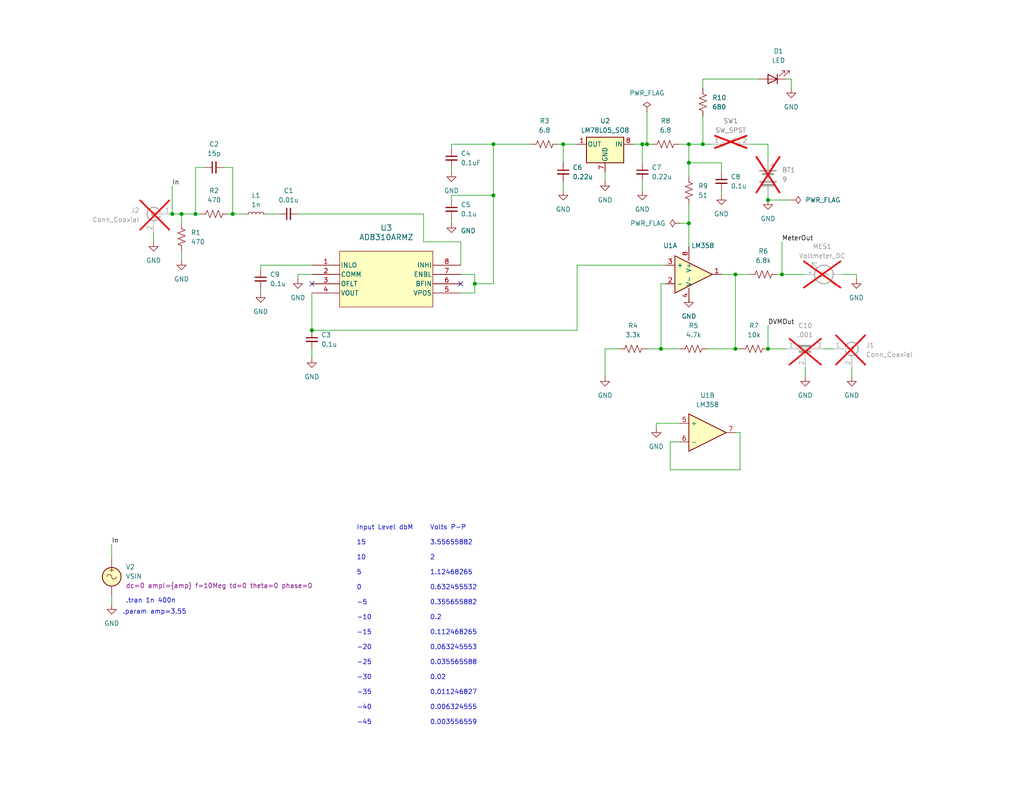
<source format=kicad_sch>
(kicad_sch (version 20231120) (generator "eeschema") (generator_version "8.0")
  (paper "USLetter")
  (title_block (title "Hayward Power Meter (Digital)") (date "2024-07-27") (rev "1.0") (company "Andy McCann KA3KAF Doug McCann KA3KAG") (comment 2 "Original Design: Wes Hayward W7ZOI"))
  (lib_symbols
    (symbol "Connector:Conn_Coaxial" (pin_names (offset 1.016) hide)
      (property "Reference" "J" (at 0.254 3.048 0))
      (property "Value" "Conn_Coaxial" (at 2.921 0 90))
      (symbol "Conn_Coaxial_0_1"
        (arc (start -1.778 -0.508) (mid 0.2311 -1.8066) (end 1.778 0) (stroke (width 0.254)))
        (polyline (pts (xy -2.54 0) (xy -0.508 0)))
        (polyline (pts (xy 0 -2.54) (xy 0 -1.778)))
        (circle (center 0 0) (radius 0.508) (stroke (width 0.2032)))
        (arc (start 1.778 0) (mid 0.2099 1.8101) (end -1.778 0.508) (stroke (width 0.254)))
      )
      (symbol "Conn_Coaxial_1_1"
        (pin passive line (at -5.08 0 0) (length 2.54) (name "In") (number "1"))
        (pin passive line (at 0 -5.08 90) (length 2.54) (name "Ext") (number "2"))
      )
    )
    (symbol "Device:Battery" (pin_numbers hide) (pin_names (offset 0) hide)
      (property "Reference" "BT" (at 2.54 2.54 0))
      (property "Value" "Battery" (at 2.54 0 0))
      (symbol "Battery_0_1"
        (rectangle (start -2.286 -1.27) (end 2.286 -1.524) (fill (type outline)))
        (rectangle (start -2.286 1.778) (end 2.286 1.524) (fill (type outline)))
        (rectangle (start -1.524 -2.032) (end 1.524 -2.54) (fill (type outline)))
        (rectangle (start -1.524 1.016) (end 1.524 0.508) (fill (type outline)))
        (polyline (pts (xy 0 -1.016) (xy 0 -0.762)))
        (polyline (pts (xy 0 -0.508) (xy 0 -0.254)))
        (polyline (pts (xy 0 0) (xy 0 0.254)))
        (polyline (pts (xy 0 1.778) (xy 0 2.54)))
        (polyline (pts (xy 0.762 3.048) (xy 1.778 3.048)) (stroke (width 0.254)))
        (polyline (pts (xy 1.27 3.556) (xy 1.27 2.54)) (stroke (width 0.254)))
      )
      (symbol "Battery_1_1"
        (pin passive line (at 0 5.08 270) (length 2.54) (name "+") (number "1"))
        (pin passive line (at 0 -5.08 90) (length 2.54) (name "-") (number "2"))
      )
    )
    (symbol "Device:C_Feedthrough" (pin_names (offset 0.254) hide)
      (property "Reference" "C" (at 0 7.62 0))
      (property "Value" "C_Feedthrough" (at 0 5.715 0))
      (symbol "C_Feedthrough_0_1"
        (rectangle (start -1.651 1.524) (end 1.524 2.032) (fill (type outline)))
        (polyline (pts (xy -2.54 2.54) (xy 2.54 2.54)))
        (polyline (pts (xy 0 0) (xy 0 1.778)))
        (rectangle (start 1.524 3.048) (end -1.651 3.556) (fill (type outline)))
      )
      (symbol "C_Feedthrough_1_1"
        (pin passive line (at -5.08 2.54 0) (length 2.54) (name "1") (number "1"))
        (pin passive line (at 0 -2.54 90) (length 2.54) (name "2") (number "2"))
        (pin passive line (at 5.08 2.54 180) (length 2.54) (name "3") (number "3"))
      )
    )
    (symbol "Device:C_Small" (pin_numbers hide) (pin_names (offset 0.254) hide)
      (property "Reference" "C" (at 0.254 1.778 0))
      (property "Value" "C_Small" (at 0.254 -2.032 0))
      (symbol "C_Small_0_1"
        (polyline (pts (xy -1.524 -0.508) (xy 1.524 -0.508)) (stroke (width 0.3302)))
        (polyline (pts (xy -1.524 0.508) (xy 1.524 0.508)) (stroke (width 0.3048)))
      )
      (symbol "C_Small_1_1"
        (pin passive line (at 0 2.54 270) (length 2.032) (name "~") (number "1"))
        (pin passive line (at 0 -2.54 90) (length 2.032) (name "~") (number "2"))
      )
    )
    (symbol "Device:LED" (pin_numbers hide) (pin_names (offset 1.016) hide)
      (property "Reference" "D" (at 0 2.54 0))
      (property "Value" "LED" (at 0 -2.54 0))
      (symbol "LED_0_1"
        (polyline (pts (xy -1.27 -1.27) (xy -1.27 1.27)) (stroke (width 0.254)))
        (polyline (pts (xy -1.27 0) (xy 1.27 0)))
        (polyline (pts (xy 1.27 -1.27) (xy 1.27 1.27) (xy -1.27 0) (xy 1.27 -1.27)) (stroke (width 0.254)))
        (polyline (pts (xy -3.048 -0.762) (xy -4.572 -2.286) (xy -3.81 -2.286) (xy -4.572 -2.286) (xy -4.572 -1.524)))
        (polyline (pts (xy -1.778 -0.762) (xy -3.302 -2.286) (xy -2.54 -2.286) (xy -3.302 -2.286) (xy -3.302 -1.524)))
      )
      (symbol "LED_1_1"
        (pin passive line (at -3.81 0 0) (length 2.54) (name "K") (number "1"))
        (pin passive line (at 3.81 0 180) (length 2.54) (name "A") (number "2"))
      )
    )
    (symbol "Device:L_Small" (pin_numbers hide) (pin_names (offset 0.254) hide)
      (property "Reference" "L" (at 0.762 1.016 0))
      (property "Value" "L_Small" (at 0.762 -1.016 0))
      (symbol "L_Small_0_1"
        (arc (start 0 -2.032) (mid 0.5058 -1.524) (end 0 -1.016))
        (arc (start 0 -1.016) (mid 0.5058 -0.508) (end 0 0))
        (arc (start 0 0) (mid 0.5058 0.508) (end 0 1.016))
        (arc (start 0 1.016) (mid 0.5058 1.524) (end 0 2.032))
      )
      (symbol "L_Small_1_1"
        (pin passive line (at 0 2.54 270) (length 0.508) (name "~") (number "1"))
        (pin passive line (at 0 -2.54 90) (length 0.508) (name "~") (number "2"))
      )
    )
    (symbol "Device:Opamp_Dual"
      (property "Reference" "U" (at 0 5.08 0))
      (property "Value" "Opamp_Dual" (at 0 -5.08 0))
      (symbol "Opamp_Dual_1_1"
        (polyline (pts (xy -5.08 5.08) (xy 5.08 0) (xy -5.08 -5.08) (xy -5.08 5.08)) (stroke (width 0.254)) (fill (type background)))
        (pin output line (at 7.62 0 180) (length 2.54) (name "~") (number "1"))
        (pin input line (at -7.62 -2.54 0) (length 2.54) (name "-") (number "2"))
        (pin input line (at -7.62 2.54 0) (length 2.54) (name "+") (number "3"))
      )
      (symbol "Opamp_Dual_2_1"
        (polyline (pts (xy -5.08 5.08) (xy 5.08 0) (xy -5.08 -5.08) (xy -5.08 5.08)) (stroke (width 0.254)) (fill (type background)))
        (pin input line (at -7.62 2.54 0) (length 2.54) (name "+") (number "5"))
        (pin input line (at -7.62 -2.54 0) (length 2.54) (name "-") (number "6"))
        (pin output line (at 7.62 0 180) (length 2.54) (name "~") (number "7"))
      )
      (symbol "Opamp_Dual_3_1"
        (pin power_in line (at -2.54 -7.62 90) (length 3.81) (name "V-") (number "4"))
        (pin power_in line (at -2.54 7.62 270) (length 3.81) (name "V+") (number "8"))
      )
    )
    (symbol "Device:R_US" (pin_numbers hide) (pin_names (offset 0))
      (property "Reference" "R" (at 2.54 0 90))
      (property "Value" "R_US" (at -2.54 0 90))
      (symbol "R_US_0_1"
        (polyline (pts (xy 0 -2.286) (xy 0 -2.54)))
        (polyline (pts (xy 0 2.286) (xy 0 2.54)))
        (polyline (pts (xy 0 -0.762) (xy 1.016 -1.143) (xy 0 -1.524) (xy -1.016 -1.905) (xy 0 -2.286)))
        (polyline (pts (xy 0 0.762) (xy 1.016 0.381) (xy 0 0) (xy -1.016 -0.381) (xy 0 -0.762)))
        (polyline (pts (xy 0 2.286) (xy 1.016 1.905) (xy 0 1.524) (xy -1.016 1.143) (xy 0 0.762)))
      )
      (symbol "R_US_1_1"
        (pin passive line (at 0 3.81 270) (length 1.27) (name "~") (number "1"))
        (pin passive line (at 0 -3.81 90) (length 1.27) (name "~") (number "2"))
      )
    )
    (symbol "Device:Voltmeter_DC" (pin_numbers hide) (pin_names (offset 0.0254) hide)
      (property "Reference" "MES" (at -3.302 1.016 0))
      (property "Value" "Voltmeter_DC" (at -3.302 -0.762 0))
      (symbol "Voltmeter_DC_0_0"
        (polyline (pts (xy -3.175 -3.175) (xy -1.905 -1.905)))
        (polyline (pts (xy 1.905 1.905) (xy 3.175 3.175)))
        (polyline (pts (xy 1.905 3.175) (xy 3.175 3.175) (xy 3.175 1.905)))
        (text "V" (at 0 0 0) (effects (font (size 2.54 2.54))))
      )
      (symbol "Voltmeter_DC_0_1"
        (polyline (pts (xy 0.254 3.81) (xy 0.762 3.81)))
        (polyline (pts (xy 0.508 4.064) (xy 0.508 3.556)))
        (circle (center 0 0) (radius 2.54) (stroke (width 0.254)))
      )
      (symbol "Voltmeter_DC_1_1"
        (pin passive line (at 0 -5.08 90) (length 2.54) (name "-") (number "1"))
        (pin passive line (at 0 5.08 270) (length 2.54) (name "+") (number "2"))
      )
    )
    (symbol "Regulator_Linear:LM78L05_SO8" (pin_names (offset 0.254))
      (property "Reference" "U" (at -3.81 3.175 0))
      (property "Value" "LM78L05_SO8" (at 0 3.175 0))
      (symbol "LM78L05_SO8_0_1"
        (rectangle (start -5.08 1.905) (end 5.08 -5.08) (stroke (width 0.254)) (fill (type background)))
      )
      (symbol "LM78L05_SO8_1_1"
        (pin power_out line (at 7.62 0 180) (length 2.54) (name "OUT") (number "1"))
        (pin passive line (at 0 -7.62 90) (length 2.54) hide (name "GND") (number "2"))
        (pin passive line (at 0 -7.62 90) (length 2.54) hide (name "GND") (number "3"))
        (pin no_connect line (at -5.08 -2.54 0) (length 2.54) hide (name "NC") (number "4"))
        (pin no_connect line (at 5.08 -2.54 180) (length 2.54) hide (name "NC") (number "5"))
        (pin passive line (at 0 -7.62 90) (length 2.54) hide (name "GND") (number "6"))
        (pin power_in line (at 0 -7.62 90) (length 2.54) (name "GND") (number "7"))
        (pin power_in line (at -7.62 0 0) (length 2.54) (name "IN") (number "8"))
      )
    )
    (symbol "Simulation_SPICE:VSIN" (pin_numbers hide) (pin_names (offset 0.0254))
      (property "Reference" "V" (at 2.54 2.54 0))
      (property "Value" "VSIN" (at 2.54 0 0))
      (property "Sim.Params" "dc=0 ampl=1 f=1k ac=1" (at 2.54 -2.54 0))
      (symbol "VSIN_0_0"
        (arc (start 0 0) (mid -0.635 0.6323) (end -1.27 0))
        (arc (start 0 0) (mid 0.635 -0.6323) (end 1.27 0))
        (text "+" (at 0 1.905 0) (effects (font (size 1.27 1.27))))
      )
      (symbol "VSIN_0_1"
        (circle (center 0 0) (radius 2.54) (stroke (width 0.254)) (fill (type background)))
      )
      (symbol "VSIN_1_1"
        (pin passive line (at 0 5.08 270) (length 2.54) (name "~") (number "1"))
        (pin passive line (at 0 -5.08 90) (length 2.54) (name "~") (number "2"))
      )
    )
    (symbol "Switch:SW_SPST" (pin_names (offset 0) hide)
      (property "Reference" "SW" (at 0 3.175 0))
      (property "Value" "SW_SPST" (at 0 -2.54 0))
      (symbol "SW_SPST_0_0"
        (circle (center -2.032 0) (radius 0.508))
        (polyline (pts (xy -1.524 0.254) (xy 1.524 1.778)))
        (circle (center 2.032 0) (radius 0.508))
      )
      (symbol "SW_SPST_1_1"
        (pin passive line (at -5.08 0 0) (length 2.54) (name "A") (number "1"))
        (pin passive line (at 5.08 0 180) (length 2.54) (name "B") (number "2"))
      )
    )
    (symbol "hayward-symbol-library:AD8310ARMZ" (pin_names (offset 0.254))
      (property "Reference" "U" (at 20.32 10.16 0))
      (property "Value" "AD8310ARMZ" (at 20.32 7.62 0))
      (property "Sim.Library" "spice-models/ad8310_SUBCKT.cir" (at 0 0 0))
      (property "Sim.Name" "AD8310_MODEL" (at 0 0 0))
      (property "Sim.Device" "SUBCKT" (at 0 0 0))
      (property "Sim.Pins" "1=1 3=3 4=4 5=5 6=6 7=7 8=8" (at 0 0 0))
      (symbol "AD8310ARMZ_0_1"
        (pin passive line (at 0 0 0) (length 7.62) (name "INLO") (number "1"))
        (pin power_in line (at 0 -2.54 0) (length 7.62) (name "COMM") (number "2"))
        (pin passive line (at 0 -5.08 0) (length 7.62) (name "OFLT") (number "3"))
        (pin passive line (at 0 -7.62 0) (length 7.62) (name "VOUT") (number "4"))
        (pin passive line (at 40.64 -7.62 180) (length 7.62) (name "VPOS") (number "5"))
        (pin passive line (at 40.64 -5.08 180) (length 7.62) (name "BFIN") (number "6"))
        (pin passive line (at 40.64 -2.54 180) (length 7.62) (name "ENBL") (number "7"))
        (pin passive line (at 40.64 0 180) (length 7.62) (name "INHI") (number "8"))
      )
      (symbol "AD8310ARMZ_1_1"
        (rectangle (start 7.62 3.81) (end 33.02 -11.43) (fill (type background)))
      )
    )
    (symbol "power:GND" (power) (pin_numbers hide) (pin_names (offset 0) hide)
      (property "Value" "GND" (at 0 -3.81 0))
      (symbol "GND_0_1"
        (polyline (pts (xy 0 0) (xy 0 -1.27) (xy 1.27 -1.27) (xy 0 -2.54) (xy -1.27 -1.27) (xy 0 -1.27)))
      )
      (symbol "GND_1_1"
        (pin power_in line (at 0 0 270) (length 0) (name "~") (number "1"))
      )
    )
    (symbol "power:PWR_FLAG" (power) (pin_numbers hide) (pin_names (offset 0) hide)
      (property "Value" "PWR_FLAG" (at 0 3.81 0))
      (symbol "PWR_FLAG_0_0"
        (pin power_out line (at 0 0 90) (length 0) (name "~") (number "1"))
      )
      (symbol "PWR_FLAG_0_1"
        (polyline (pts (xy 0 0) (xy 0 1.27) (xy -1.016 1.905) (xy 0 2.54) (xy 1.016 1.905) (xy 0 1.27)))
      )
    )
  )
  (junction (at 187.96 39.37))
  (junction (at 134.62 53.34))
  (junction (at 134.62 39.37))
  (junction (at 53.34 58.42))
  (junction (at 129.54 77.47))
  (junction (at 153.67 39.37))
  (junction (at 200.66 74.93))
  (junction (at 213.36 74.93))
  (junction (at 191.77 39.37))
  (junction (at 175.26 39.37))
  (junction (at 46.99 58.42))
  (junction (at 85.09 90.17))
  (junction (at 63.5 58.42))
  (junction (at 209.55 54.61))
  (junction (at 187.96 60.96))
  (junction (at 180.34 95.25))
  (junction (at 209.55 95.25))
  (junction (at 49.53 58.42))
  (junction (at 176.53 39.37))
  (junction (at 200.66 95.25))
  (junction (at 187.96 44.45))
  (no_connect (at 85.09 77.47))
  (no_connect (at 125.73 77.47))
  (wire (pts (xy 200.66 74.93) (xy 200.66 95.25)))
  (wire (pts (xy 30.48 148.59) (xy 30.48 152.4)))
  (wire (pts (xy 219.71 100.33) (xy 219.71 102.87)))
  (wire (pts (xy 233.68 74.93) (xy 233.68 76.2)))
  (wire (pts (xy 215.9 21.59) (xy 215.9 24.13)))
  (wire (pts (xy 193.04 95.25) (xy 200.66 95.25)))
  (wire (pts (xy 85.09 90.17) (xy 157.48 90.17)))
  (wire (pts (xy 200.66 118.11) (xy 201.93 118.11)))
  (wire (pts (xy 176.53 39.37) (xy 177.8 39.37)))
  (wire (pts (xy 185.42 115.57) (xy 179.07 115.57)))
  (wire (pts (xy 129.54 77.47) (xy 134.62 77.47)))
  (wire (pts (xy 179.07 115.57) (xy 179.07 116.84)))
  (wire (pts (xy 204.47 39.37) (xy 209.55 39.37)))
  (wire (pts (xy 180.34 77.47) (xy 180.34 95.25)))
  (wire (pts (xy 187.96 55.88) (xy 187.96 60.96)))
  (wire (pts (xy 53.34 45.72) (xy 53.34 58.42)))
  (wire (pts (xy 49.53 58.42) (xy 49.53 60.96)))
  (wire (pts (xy 72.39 58.42) (xy 76.2 58.42)))
  (wire (pts (xy 176.53 30.48) (xy 176.53 39.37)))
  (wire (pts (xy 71.12 72.39) (xy 85.09 72.39)))
  (wire (pts (xy 63.5 58.42) (xy 67.31 58.42)))
  (wire (pts (xy 81.28 74.93) (xy 81.28 76.2)))
  (wire (pts (xy 157.48 72.39) (xy 181.61 72.39)))
  (wire (pts (xy 224.79 95.25) (xy 227.33 95.25)))
  (wire (pts (xy 153.67 39.37) (xy 153.67 44.45)))
  (wire (pts (xy 85.09 74.93) (xy 81.28 74.93)))
  (wire (pts (xy 187.96 60.96) (xy 187.96 67.31)))
  (wire (pts (xy 185.42 39.37) (xy 187.96 39.37)))
  (wire (pts (xy 209.55 53.34) (xy 209.55 54.61)))
  (wire (pts (xy 123.19 53.34) (xy 134.62 53.34)))
  (wire (pts (xy 232.41 100.33) (xy 232.41 102.87)))
  (wire (pts (xy 200.66 74.93) (xy 204.47 74.93)))
  (wire (pts (xy 209.55 54.61) (xy 215.9 54.61)))
  (wire (pts (xy 196.85 46.99) (xy 196.85 44.45)))
  (wire (pts (xy 125.73 80.01) (xy 129.54 80.01)))
  (wire (pts (xy 191.77 21.59) (xy 207.01 21.59)))
  (wire (pts (xy 165.1 46.99) (xy 165.1 49.53)))
  (wire (pts (xy 182.88 120.65) (xy 185.42 120.65)))
  (wire (pts (xy 53.34 58.42) (xy 49.53 58.42)))
  (wire (pts (xy 175.26 39.37) (xy 175.26 44.45)))
  (wire (pts (xy 187.96 39.37) (xy 191.77 39.37)))
  (wire (pts (xy 129.54 77.47) (xy 129.54 74.93)))
  (wire (pts (xy 212.09 74.93) (xy 213.36 74.93)))
  (wire (pts (xy 172.72 39.37) (xy 175.26 39.37)))
  (wire (pts (xy 55.88 45.72) (xy 53.34 45.72)))
  (wire (pts (xy 187.96 44.45) (xy 187.96 48.26)))
  (wire (pts (xy 168.91 95.25) (xy 165.1 95.25)))
  (wire (pts (xy 129.54 74.93) (xy 125.73 74.93)))
  (wire (pts (xy 46.99 58.42) (xy 49.53 58.42)))
  (wire (pts (xy 85.09 95.25) (xy 85.09 97.79)))
  (wire (pts (xy 196.85 74.93) (xy 200.66 74.93)))
  (wire (pts (xy 196.85 52.07) (xy 196.85 53.34)))
  (wire (pts (xy 123.19 59.69) (xy 123.19 60.96)))
  (wire (pts (xy 176.53 95.25) (xy 180.34 95.25)))
  (wire (pts (xy 153.67 49.53) (xy 153.67 52.07)))
  (wire (pts (xy 180.34 95.25) (xy 185.42 95.25)))
  (wire (pts (xy 229.87 74.93) (xy 233.68 74.93)))
  (wire (pts (xy 209.55 39.37) (xy 209.55 43.18)))
  (wire (pts (xy 201.93 118.11) (xy 201.93 128.27)))
  (wire (pts (xy 129.54 80.01) (xy 129.54 77.47)))
  (wire (pts (xy 30.48 162.56) (xy 30.48 165.1)))
  (wire (pts (xy 134.62 53.34) (xy 134.62 77.47)))
  (wire (pts (xy 165.1 95.25) (xy 165.1 102.87)))
  (wire (pts (xy 181.61 77.47) (xy 180.34 77.47)))
  (wire (pts (xy 187.96 39.37) (xy 187.96 44.45)))
  (wire (pts (xy 54.61 58.42) (xy 53.34 58.42)))
  (wire (pts (xy 213.36 74.93) (xy 219.71 74.93)))
  (wire (pts (xy 213.36 66.04) (xy 213.36 74.93)))
  (wire (pts (xy 71.12 72.39) (xy 71.12 73.66)))
  (wire (pts (xy 201.93 128.27) (xy 182.88 128.27)))
  (wire (pts (xy 63.5 45.72) (xy 63.5 58.42)))
  (wire (pts (xy 134.62 39.37) (xy 134.62 53.34)))
  (wire (pts (xy 123.19 40.64) (xy 123.19 39.37)))
  (wire (pts (xy 49.53 68.58) (xy 49.53 71.12)))
  (wire (pts (xy 187.96 44.45) (xy 196.85 44.45)))
  (wire (pts (xy 115.57 66.04) (xy 115.57 58.42)))
  (wire (pts (xy 209.55 88.9) (xy 209.55 95.25)))
  (wire (pts (xy 85.09 80.01) (xy 85.09 90.17)))
  (wire (pts (xy 60.96 45.72) (xy 63.5 45.72)))
  (wire (pts (xy 123.19 45.72) (xy 123.19 46.99)))
  (wire (pts (xy 200.66 95.25) (xy 201.93 95.25)))
  (wire (pts (xy 134.62 39.37) (xy 144.78 39.37)))
  (wire (pts (xy 214.63 21.59) (xy 215.9 21.59)))
  (wire (pts (xy 46.99 50.8) (xy 46.99 58.42)))
  (wire (pts (xy 123.19 54.61) (xy 123.19 53.34)))
  (wire (pts (xy 175.26 49.53) (xy 175.26 52.07)))
  (wire (pts (xy 125.73 66.04) (xy 115.57 66.04)))
  (wire (pts (xy 152.4 39.37) (xy 153.67 39.37)))
  (wire (pts (xy 125.73 72.39) (xy 125.73 66.04)))
  (wire (pts (xy 41.91 63.5) (xy 41.91 66.04)))
  (wire (pts (xy 185.42 60.96) (xy 187.96 60.96)))
  (wire (pts (xy 153.67 39.37) (xy 157.48 39.37)))
  (wire (pts (xy 182.88 128.27) (xy 182.88 120.65)))
  (wire (pts (xy 157.48 90.17) (xy 157.48 72.39)))
  (wire (pts (xy 175.26 39.37) (xy 176.53 39.37)))
  (wire (pts (xy 123.19 39.37) (xy 134.62 39.37)))
  (wire (pts (xy 187.96 82.55) (xy 187.96 81.28)))
  (wire (pts (xy 62.23 58.42) (xy 63.5 58.42)))
  (wire (pts (xy 191.77 31.75) (xy 191.77 39.37)))
  (wire (pts (xy 71.12 78.74) (xy 71.12 80.01)))
  (wire (pts (xy 191.77 39.37) (xy 194.31 39.37)))
  (wire (pts (xy 191.77 24.13) (xy 191.77 21.59)))
  (wire (pts (xy 209.55 95.25) (xy 214.63 95.25)))
  (wire (pts (xy 81.28 58.42) (xy 115.57 58.42)))
  (text ".param amp=3.55" (at 42.164 167.132 0) (effects (font (size 1.27 1.27))))
  (text "Input Level dbM	Volts P-P\n\n15				3.55655882\n\n10				2\n\n5				1.12468265\n\n0				0.632455532\n\n-5				0.355655882\n\n-10				0.2\n\n-15				0.112468265\n\n-20				0.063245553\n\n-25				0.035565588\n\n-30				0.02\n\n-35				0.011246827\n\n-40				0.006324555\n\n-45				0.003556559" (at 97.282 170.688 0) (effects (font (size 1.27 1.27)) (justify left)))
  (text ".tran 1n 400n" (at 41.148 164.084 0) (effects (font (size 1.27 1.27))))
  (label "MeterOut" (at 213.36 66.04 0))
  (label "In" (at 46.99 50.8 0))
  (label "DVMOut" (at 209.55 88.9 0))
  (label "In" (at 30.48 148.59 0))
  (symbol (lib_id "Device:C_Small") (at 71.12 76.2 0) (unit 1)
    (property "Reference" "C9" (at 73.66 74.9362 0) (effects (justify left)))
    (property "Value" "0.1u" (at 73.66 77.4762 0) (effects (justify left)))
    (property "Footprint" "Capacitor_SMD:C_0805_2012Metric" (effects (hide yes)))
    (property "Description" "Unpolarized capacitor, small symbol" (effects (hide yes)))
  )
  (symbol (lib_id "power:PWR_FLAG") (at 185.42 60.96 90) (unit 1)
    (property "Reference" "#FLG02" (effects (hide yes)))
    (property "Value" "PWR_FLAG" (at 181.61 60.9599 90) (effects (justify left)))
    (property "Description" "Special symbol for telling ERC where power comes from" (effects (hide yes)))
  )
  (symbol (lib_id "Device:R_US") (at 58.42 58.42 90) (unit 1)
    (property "Reference" "R2" (at 58.42 52.07 90))
    (property "Value" "470" (at 58.42 54.61 90))
    (property "Footprint" "Resistor_SMD:R_0805_2012Metric" (effects (hide yes)))
    (property "Datasheet" "https://www.koaspeer.com/pdfs/RK73H.pdf" (effects (hide yes)))
    (property "Description" "Resistor, US symbol" (effects (hide yes)))
  )
  (symbol (lib_id "Device:C_Small") (at 123.19 43.18 0) (unit 1)
    (property "Reference" "C4" (at 125.73 41.9162 0) (effects (justify left)))
    (property "Value" "0.1uF" (at 125.73 44.4562 0) (effects (justify left)))
    (property "Footprint" "Capacitor_SMD:C_0805_2012Metric" (effects (hide yes)))
    (property "Description" "Unpolarized capacitor, small symbol" (effects (hide yes)))
  )
  (symbol (lib_id "Device:R_US") (at 191.77 27.94 0) (unit 1)
    (property "Reference" "R10" (at 194.31 26.6699 0) (effects (justify left)))
    (property "Value" "680" (at 194.31 29.2099 0) (effects (justify left)))
    (property "Footprint" "Resistor_SMD:R_0805_2012Metric" (effects (hide yes)))
    (property "Datasheet" "https://www.koaspeer.com/pdfs/RK73H.pdf" (effects (hide yes)))
    (property "Description" "Resistor, US symbol" (effects (hide yes)))
  )
  (symbol (lib_id "power:GND") (at 175.26 52.07 0) (unit 1)
    (property "Reference" "#PWR06" (effects (hide yes)))
    (property "Value" "GND" (at 175.26 57.15 0))
    (property "Description" "Power symbol creates a global label with name \"GND\" , ground" (effects (hide yes)))
  )
  (symbol (lib_id "Device:C_Small") (at 78.74 58.42 90) (unit 1)
    (property "Reference" "C1" (at 78.7463 52.07 90))
    (property "Value" "0.01u" (at 78.7463 54.61 90))
    (property "Footprint" "Capacitor_SMD:C_0805_2012Metric" (effects (hide yes)))
    (property "Description" "Unpolarized capacitor, small symbol" (effects (hide yes)))
  )
  (symbol (lib_id "Regulator_Linear:LM78L05_SO8") (at 165.1 39.37 0) (mirror y) (unit 1)
    (property "Reference" "U2" (at 165.1 33.02 0))
    (property "Value" "LM78L05_SO8" (at 165.1 35.56 0))
    (property "Footprint" "Package_SO:SOIC-8_3.9x4.9mm_P1.27mm" (effects (hide yes)))
    (property "Datasheet" "https://www.st.com/resource/en/datasheet/l78l.pdf" (effects (hide yes)))
    (property "Description" "Positive 100mA 30V Linear Regulator, Fixed Output 5V, SO-8" (effects (hide yes)))
    (property "Sim.Library" "spice-models/regulators.lib" (effects (hide yes)))
    (property "Sim.Name" "LM7805" (effects (hide yes)))
    (property "Sim.Device" "SUBCKT" (effects (hide yes)))
    (property "Sim.Pins" "1=3 7=2 8=1" (effects (hide yes)))
  )
  (symbol (lib_id "Device:R_US") (at 49.53 64.77 180) (unit 1)
    (property "Reference" "R1" (at 52.07 63.4999 0) (effects (justify right)))
    (property "Value" "470" (at 52.07 66.0399 0) (effects (justify right)))
    (property "Footprint" "Resistor_SMD:R_0805_2012Metric" (effects (hide yes)))
    (property "Datasheet" "https://www.koaspeer.com/pdfs/RK73H.pdf" (effects (hide yes)))
    (property "Description" "Resistor, US symbol" (effects (hide yes)))
  )
  (symbol (lib_id "power:GND") (at 209.55 54.61 0) (unit 1)
    (property "Reference" "#PWR01" (effects (hide yes)))
    (property "Value" "GND" (at 209.55 59.69 0))
    (property "Description" "Power symbol creates a global label with name \"GND\" , ground" (effects (hide yes)))
  )
  (symbol (lib_id "power:GND") (at 49.53 71.12 0) (unit 1)
    (property "Reference" "#PWR017" (effects (hide yes)))
    (property "Value" "GND" (at 49.53 76.2 0))
    (property "Description" "Power symbol creates a global label with name \"GND\" , ground" (effects (hide yes)))
  )
  (symbol (lib_id "Device:Opamp_Dual") (at 189.23 74.93 0) (unit 1)
    (property "Reference" "U1" (at 182.88 67.056 0))
    (property "Value" "LM358" (at 191.77 67.056 0))
    (property "Footprint" "Package_SO:SOIC-8_3.9x4.9mm_P1.27mm" (effects (hide yes)))
    (property "Datasheet" "https://www.ti.com/lit/ds/symlink/lm158-n.pdf?HQS=dis-dk-null-digikeymode-dsf-pf-null-wwe&ts=1722099253142&ref_url=https%253A%252F%252Fwww.ti.com%252Fgeneral%252Fdocs%252Fsuppproductinfo.tsp%253FdistId%253D10%2526gotoUrl%253Dhttps%253A%252F%252Fwww.ti.com%252Flit%252Fgpn%252Flm158-n" (effects (hide yes)))
    (property "Description" "Dual operational amplifier" (effects (hide yes)))
    (property "Sim.Library" "${KICAD7_SYMBOL_DIR}/Simulation_SPICE.sp" (effects (hide yes)))
    (property "Sim.Name" "kicad_builtin_opamp_dual" (effects (hide yes)))
    (property "Sim.Device" "SUBCKT" (effects (hide yes)))
    (property "Sim.Pins" "1=out1 2=in1- 3=in1+ 4=vee 5=in2+ 6=in2- 7=out2 8=vcc" (effects (hide yes)))
  )
  (symbol (lib_id "Connector:Conn_Coaxial") (at 232.41 95.25 0) (unit 1) (exclude_from_sim yes) (dnp yes)
    (property "Reference" "J1" (at 236.22 94.2731 0) (effects (justify left)))
    (property "Value" "Conn_Coaxial" (at 236.22 96.8131 0) (effects (justify left)))
    (property "Footprint" "Connector_Wire:SolderWire-0.5sqmm_1x02_P4.8mm_D0.9mm_OD2.3mm" (effects (hide yes)))
    (property "Description" "coaxial connector (BNC, SMA, SMB, SMC, Cinch/RCA, LEMO, ...)" (effects (hide yes)))
  )
  (symbol (lib_id "Device:C_Small") (at 175.26 46.99 0) (unit 1)
    (property "Reference" "C7" (at 177.8 45.7262 0) (effects (justify left)))
    (property "Value" "0.22u" (at 177.8 48.2662 0) (effects (justify left)))
    (property "Footprint" "Capacitor_SMD:C_0805_2012Metric" (effects (hide yes)))
    (property "Description" "Unpolarized capacitor, small symbol" (effects (hide yes)))
  )
  (symbol (lib_id "power:GND") (at 85.09 97.79 0) (unit 1)
    (property "Reference" "#PWR012" (effects (hide yes)))
    (property "Value" "GND" (at 85.09 102.87 0))
    (property "Description" "Power symbol creates a global label with name \"GND\" , ground" (effects (hide yes)))
  )
  (symbol (lib_id "Device:R_US") (at 208.28 74.93 90) (unit 1)
    (property "Reference" "R6" (at 208.28 68.58 90))
    (property "Value" "6.8k" (at 208.28 71.12 90))
    (property "Footprint" "Resistor_SMD:R_0805_2012Metric" (effects (hide yes)))
    (property "Datasheet" "https://www.koaspeer.com/pdfs/RK73H.pdf" (effects (hide yes)))
    (property "Description" "Resistor, US symbol" (effects (hide yes)))
  )
  (symbol (lib_id "Device:R_US") (at 205.74 95.25 90) (unit 1)
    (property "Reference" "R7" (at 205.74 88.9 90))
    (property "Value" "10k" (at 205.74 91.44 90))
    (property "Footprint" "Resistor_SMD:R_0805_2012Metric" (effects (hide yes)))
    (property "Datasheet" "https://www.koaspeer.com/pdfs/RK73H.pdf" (effects (hide yes)))
    (property "Description" "Resistor, US symbol" (effects (hide yes)))
  )
  (symbol (lib_id "power:GND") (at 215.9 24.13 0) (unit 1)
    (property "Reference" "#PWR020" (effects (hide yes)))
    (property "Value" "GND" (at 215.9 29.21 0))
    (property "Description" "Power symbol creates a global label with name \"GND\" , ground" (effects (hide yes)))
  )
  (symbol (lib_id "power:GND") (at 179.07 116.84 0) (unit 1)
    (property "Reference" "#PWR011" (effects (hide yes)))
    (property "Value" "GND" (at 179.07 121.92 0))
    (property "Description" "Power symbol creates a global label with name \"GND\" , ground" (effects (hide yes)))
  )
  (symbol (lib_id "Device:C_Small") (at 85.09 92.71 0) (unit 1)
    (property "Reference" "C3" (at 87.63 91.4462 0) (effects (justify left)))
    (property "Value" "0.1u" (at 87.63 93.9862 0) (effects (justify left)))
    (property "Footprint" "Capacitor_SMD:C_0805_2012Metric" (effects (hide yes)))
    (property "Description" "Unpolarized capacitor, small symbol" (effects (hide yes)))
  )
  (symbol (lib_id "Device:C_Small") (at 123.19 57.15 0) (unit 1)
    (property "Reference" "C5" (at 125.73 55.8862 0) (effects (justify left)))
    (property "Value" "0.1u" (at 125.73 58.4262 0) (effects (justify left)))
    (property "Footprint" "Capacitor_SMD:C_0805_2012Metric" (effects (hide yes)))
    (property "Description" "Unpolarized capacitor, small symbol" (effects (hide yes)))
  )
  (symbol (lib_id "Device:Opamp_Dual") (at 190.5 74.93 0) (unit 3)
    (property "Reference" "U1" (effects (hide yes)))
    (property "Value" "LM358" (effects (hide yes)))
    (property "Footprint" "Package_SO:SOIC-8_3.9x4.9mm_P1.27mm" (effects (hide yes)))
    (property "Datasheet" "https://www.ti.com/lit/ds/symlink/lm158-n.pdf?HQS=dis-dk-null-digikeymode-dsf-pf-null-wwe&ts=1722099253142&ref_url=https%253A%252F%252Fwww.ti.com%252Fgeneral%252Fdocs%252Fsuppproductinfo.tsp%253FdistId%253D10%2526gotoUrl%253Dhttps%253A%252F%252Fwww.ti.com%252Flit%252Fgpn%252Flm158-n" (effects (hide yes)))
    (property "Description" "Dual operational amplifier" (effects (hide yes)))
    (property "Sim.Library" "${KICAD7_SYMBOL_DIR}/Simulation_SPICE.sp" (effects (hide yes)))
    (property "Sim.Name" "kicad_builtin_opamp_dual" (effects (hide yes)))
    (property "Sim.Device" "SUBCKT" (effects (hide yes)))
    (property "Sim.Pins" "1=out1 2=in1- 3=in1+ 4=vee 5=in2+ 6=in2- 7=out2 8=vcc" (effects (hide yes)))
  )
  (symbol (lib_id "power:GND") (at 165.1 102.87 0) (unit 1)
    (property "Reference" "#PWR010" (effects (hide yes)))
    (property "Value" "GND" (at 165.1 107.95 0))
    (property "Description" "Power symbol creates a global label with name \"GND\" , ground" (effects (hide yes)))
  )
  (symbol (lib_id "power:GND") (at 123.19 46.99 0) (unit 1)
    (property "Reference" "#PWR015" (effects (hide yes)))
    (property "Value" "GND" (at 123.19 52.07 0))
    (property "Description" "Power symbol creates a global label with name \"GND\" , ground" (effects (hide yes)))
  )
  (symbol (lib_id "hayward-symbol-library:AD8310ARMZ") (at 85.09 72.39 0) (unit 1)
    (property "Reference" "U3" (at 105.41 62.23 0) (effects (font (size 1.524 1.524))))
    (property "Value" "AD8310ARMZ" (at 105.41 64.77 0) (effects (font (size 1.524 1.524))))
    (property "Footprint" "hayward-footprint-library:RM_8_ADI" (effects (hide yes)))
    (property "Datasheet" "https://www.analog.com/media/en/technical-documentation/data-sheets/AD8310.pdf" (effects (hide yes)))
    (property "Sim.Library" "spice-models/ad8310_SUBCKT.cir" (effects (hide yes)))
    (property "Sim.Name" "AD8310_MODEL" (effects (hide yes)))
    (property "Sim.Device" "SUBCKT" (effects (hide yes)))
    (property "Sim.Pins" "1=1 3=3 4=4 5=5 6=6 7=7 8=8" (effects (hide yes)))
  )
  (symbol (lib_id "Device:C_Feedthrough") (at 219.71 97.79 0) (unit 1) (dnp yes)
    (property "Reference" "C10" (at 219.71 88.9 0))
    (property "Value" ".001" (at 219.71 91.44 0))
    (property "Footprint" "Connector_Wire:SolderWire-0.5sqmm_1x02_P4.8mm_D0.9mm_OD2.3mm" (effects (hide yes)))
    (property "Description" "Feedthrough capacitor" (effects (hide yes)))
    (property "Sim.Device" "C" (effects (hide yes)))
    (property "Sim.Pins" "1=+ 2=-" (effects (hide yes)))
    (property "Sim.Params" "c=.001" (effects (hide yes)))
  )
  (symbol (lib_id "Device:R_US") (at 189.23 95.25 90) (unit 1)
    (property "Reference" "R5" (at 189.23 88.9 90))
    (property "Value" "4.7k" (at 189.23 91.44 90))
    (property "Footprint" "Resistor_SMD:R_0805_2012Metric" (effects (hide yes)))
    (property "Datasheet" "https://www.koaspeer.com/pdfs/RK73H.pdf" (effects (hide yes)))
    (property "Description" "Resistor, US symbol" (effects (hide yes)))
  )
  (symbol (lib_id "Device:R_US") (at 187.96 52.07 180) (unit 1)
    (property "Reference" "R9" (at 190.5 50.7999 0) (effects (justify right)))
    (property "Value" "51" (at 190.5 53.3399 0) (effects (justify right)))
    (property "Footprint" "Resistor_SMD:R_0805_2012Metric" (effects (hide yes)))
    (property "Datasheet" "https://www.koaspeer.com/pdfs/RK73H.pdf" (effects (hide yes)))
    (property "Description" "Resistor, US symbol" (effects (hide yes)))
  )
  (symbol (lib_id "power:GND") (at 233.68 76.2 0) (unit 1)
    (property "Reference" "#PWR07" (effects (hide yes)))
    (property "Value" "GND" (at 233.68 81.28 0))
    (property "Description" "Power symbol creates a global label with name \"GND\" , ground" (effects (hide yes)))
  )
  (symbol (lib_id "power:GND") (at 153.67 52.07 0) (unit 1)
    (property "Reference" "#PWR05" (effects (hide yes)))
    (property "Value" "GND" (at 153.67 57.15 0))
    (property "Description" "Power symbol creates a global label with name \"GND\" , ground" (effects (hide yes)))
  )
  (symbol (lib_id "Device:Battery") (at 209.55 48.26 0) (unit 1) (dnp yes)
    (property "Reference" "BT1" (at 213.36 46.4184 0) (effects (justify left)))
    (property "Value" "9" (at 213.36 48.9584 0) (effects (justify left)))
    (property "Footprint" "Connector_Wire:SolderWire-0.5sqmm_1x02_P4.8mm_D0.9mm_OD2.3mm" (effects (hide yes)))
    (property "Description" "Multiple-cell battery" (effects (hide yes)))
    (property "Sim.Device" "V" (effects (hide yes)))
    (property "Sim.Type" "DC" (effects (hide yes)))
    (property "Sim.Pins" "1=+ 2=-" (effects (hide yes)))
  )
  (symbol (lib_id "Device:LED") (at 210.82 21.59 180) (unit 1)
    (property "Reference" "D1" (at 212.4075 13.97 0))
    (property "Value" "LED" (at 212.4075 16.51 0))
    (property "Footprint" "Connector_Wire:SolderWire-0.5sqmm_1x02_P4.8mm_D0.9mm_OD2.3mm" (effects (hide yes)))
    (property "Datasheet" "https://www.kingbrightusa.com/images/catalog/SPEC/WP7113ND.pdf" (effects (hide yes)))
    (property "Description" "Light emitting diode" (effects (hide yes)))
    (property "Sim.Device" "D" (effects (hide yes)))
    (property "Sim.Pins" "1=K 2=A" (effects (hide yes)))
  )
  (symbol (lib_id "Device:L_Small") (at 69.85 58.42 90) (unit 1)
    (property "Reference" "L1" (at 69.85 53.34 90))
    (property "Value" "1n" (at 69.85 55.88 90))
    (property "Footprint" "Inductor_SMD:L_0805_2012Metric" (effects (hide yes)))
    (property "Description" "Inductor, small symbol" (effects (hide yes)))
  )
  (symbol (lib_id "power:GND") (at 41.91 66.04 0) (unit 1)
    (property "Reference" "#PWR018" (effects (hide yes)))
    (property "Value" "GND" (at 41.91 71.12 0))
    (property "Description" "Power symbol creates a global label with name \"GND\" , ground" (effects (hide yes)))
  )
  (symbol (lib_id "Device:R_US") (at 181.61 39.37 90) (unit 1)
    (property "Reference" "R8" (at 181.61 33.02 90))
    (property "Value" "6.8" (at 181.61 35.56 90))
    (property "Footprint" "Resistor_SMD:R_0805_2012Metric" (effects (hide yes)))
    (property "Datasheet" "https://www.koaspeer.com/pdfs/RK73H.pdf" (effects (hide yes)))
    (property "Description" "Resistor, US symbol" (effects (hide yes)))
  )
  (symbol (lib_id "power:GND") (at 196.85 53.34 0) (unit 1)
    (property "Reference" "#PWR03" (effects (hide yes)))
    (property "Value" "GND" (at 196.85 58.42 0))
    (property "Description" "Power symbol creates a global label with name \"GND\" , ground" (effects (hide yes)))
  )
  (symbol (lib_id "Device:Voltmeter_DC") (at 224.79 74.93 90) (unit 1) (exclude_from_sim yes) (dnp yes)
    (property "Reference" "MES1" (at 224.3455 67.31 90))
    (property "Value" "Voltmeter_DC" (at 224.3455 69.85 90))
    (property "Footprint" "Connector_Wire:SolderWire-0.5sqmm_1x02_P4.8mm_D0.9mm_OD2.3mm" (effects (hide yes)))
    (property "Description" "DC voltmeter" (effects (hide yes)))
  )
  (symbol (lib_id "Connector:Conn_Coaxial") (at 41.91 58.42 0) (mirror y) (unit 1) (exclude_from_sim yes) (dnp yes)
    (property "Reference" "J2" (at 38.1 57.4431 0) (effects (justify left)))
    (property "Value" "Conn_Coaxial" (at 38.1 59.9831 0) (effects (justify left)))
    (property "Footprint" "Connector_Wire:SolderWire-0.5sqmm_1x02_P4.8mm_D0.9mm_OD2.3mm" (effects (hide yes)))
    (property "Description" "coaxial connector (BNC, SMA, SMB, SMC, Cinch/RCA, LEMO, ...)" (effects (hide yes)))
  )
  (symbol (lib_id "power:GND") (at 232.41 102.87 0) (unit 1)
    (property "Reference" "#PWR09" (effects (hide yes)))
    (property "Value" "GND" (at 232.41 107.95 0))
    (property "Description" "Power symbol creates a global label with name \"GND\" , ground" (effects (hide yes)))
  )
  (symbol (lib_id "power:GND") (at 81.28 76.2 0) (unit 1)
    (property "Reference" "#PWR013" (effects (hide yes)))
    (property "Value" "GND" (at 81.28 81.28 0))
    (property "Description" "Power symbol creates a global label with name \"GND\" , ground" (effects (hide yes)))
  )
  (symbol (lib_id "Device:Opamp_Dual") (at 193.04 118.11 0) (unit 2)
    (property "Reference" "U1" (at 193.04 107.95 0))
    (property "Value" "LM358" (at 193.04 110.49 0))
    (property "Footprint" "Package_SO:SOIC-8_3.9x4.9mm_P1.27mm" (effects (hide yes)))
    (property "Datasheet" "https://www.ti.com/lit/ds/symlink/lm158-n.pdf?HQS=dis-dk-null-digikeymode-dsf-pf-null-wwe&ts=1722099253142&ref_url=https%253A%252F%252Fwww.ti.com%252Fgeneral%252Fdocs%252Fsuppproductinfo.tsp%253FdistId%253D10%2526gotoUrl%253Dhttps%253A%252F%252Fwww.ti.com%252Flit%252Fgpn%252Flm158-n" (effects (hide yes)))
    (property "Description" "Dual operational amplifier" (effects (hide yes)))
    (property "Sim.Library" "${KICAD7_SYMBOL_DIR}/Simulation_SPICE.sp" (effects (hide yes)))
    (property "Sim.Name" "kicad_builtin_opamp_dual" (effects (hide yes)))
    (property "Sim.Device" "SUBCKT" (effects (hide yes)))
    (property "Sim.Pins" "1=out1 2=in1- 3=in1+ 4=vee 5=in2+ 6=in2- 7=out2 8=vcc" (effects (hide yes)))
  )
  (symbol (lib_id "Device:C_Small") (at 58.42 45.72 90) (unit 1)
    (property "Reference" "C2" (at 58.4263 39.37 90))
    (property "Value" "15p" (at 58.4263 41.91 90))
    (property "Footprint" "Capacitor_SMD:C_0805_2012Metric" (effects (hide yes)))
    (property "Description" "Unpolarized capacitor, small symbol" (effects (hide yes)))
  )
  (symbol (lib_id "power:GND") (at 30.48 165.1 0) (unit 1)
    (property "Reference" "#PWR019" (effects (hide yes)))
    (property "Value" "GND" (at 30.48 170.18 0))
    (property "Description" "Power symbol creates a global label with name \"GND\" , ground" (effects (hide yes)))
  )
  (symbol (lib_id "power:PWR_FLAG") (at 215.9 54.61 270) (unit 1)
    (property "Reference" "#FLG03" (effects (hide yes)))
    (property "Value" "PWR_FLAG" (at 219.71 54.6099 90) (effects (justify left)))
    (property "Description" "Special symbol for telling ERC where power comes from" (effects (hide yes)))
  )
  (symbol (lib_id "Device:C_Small") (at 196.85 49.53 0) (unit 1)
    (property "Reference" "C8" (at 199.39 48.2662 0) (effects (justify left)))
    (property "Value" "0.1u" (at 199.39 50.8062 0) (effects (justify left)))
    (property "Footprint" "Capacitor_SMD:C_0805_2012Metric" (effects (hide yes)))
    (property "Description" "Unpolarized capacitor, small symbol" (effects (hide yes)))
  )
  (symbol (lib_id "Device:R_US") (at 148.59 39.37 90) (unit 1)
    (property "Reference" "R3" (at 148.59 33.02 90))
    (property "Value" "6.8" (at 148.59 35.56 90))
    (property "Footprint" "Resistor_SMD:R_0805_2012Metric" (effects (hide yes)))
    (property "Datasheet" "https://www.koaspeer.com/pdfs/RK73H.pdf" (effects (hide yes)))
    (property "Description" "Resistor, US symbol" (effects (hide yes)))
  )
  (symbol (lib_id "Device:R_US") (at 172.72 95.25 90) (unit 1)
    (property "Reference" "R4" (at 172.72 88.9 90))
    (property "Value" "3.3k" (at 172.72 91.44 90))
    (property "Footprint" "Resistor_SMD:R_0805_2012Metric" (effects (hide yes)))
    (property "Datasheet" "https://www.koaspeer.com/pdfs/RK73H.pdf" (effects (hide yes)))
    (property "Description" "Resistor, US symbol" (effects (hide yes)))
  )
  (symbol (lib_id "Simulation_SPICE:VSIN") (at 30.48 157.48 0) (unit 1) (in_bom no) (on_board no)
    (property "Reference" "V2" (at 34.29 154.8101 0) (effects (justify left)))
    (property "Value" "VSIN" (at 34.29 157.3501 0) (effects (justify left)))
    (property "Datasheet" "https://ngspice.sourceforge.io/docs/ngspice-html-manual/manual.xhtml#sec_Independent_Sources_for" (effects (hide yes)))
    (property "Description" "Voltage source, sinusoidal" (effects (hide yes)))
    (property "Sim.Pins" "1=+ 2=-" (effects (hide yes)))
    (property "Sim.Params" "dc=0 ampl={amp} f=10Meg td=0 theta=0 phase=0" (at 34.29 159.8901 0) (effects (justify left)))
    (property "Sim.Type" "SIN" (effects (hide yes)))
    (property "Sim.Device" "V" (effects (hide yes)))
  )
  (symbol (lib_id "power:PWR_FLAG") (at 176.53 30.48 0) (unit 1)
    (property "Reference" "#FLG01" (effects (hide yes)))
    (property "Value" "PWR_FLAG" (at 176.53 25.4 0))
    (property "Description" "Special symbol for telling ERC where power comes from" (effects (hide yes)))
  )
  (symbol (lib_id "Device:C_Small") (at 153.67 46.99 0) (unit 1)
    (property "Reference" "C6" (at 156.21 45.7262 0) (effects (justify left)))
    (property "Value" "0.22u" (at 156.21 48.2662 0) (effects (justify left)))
    (property "Footprint" "Capacitor_SMD:C_0805_2012Metric" (effects (hide yes)))
    (property "Description" "Unpolarized capacitor, small symbol" (effects (hide yes)))
  )
  (symbol (lib_id "power:GND") (at 219.71 102.87 0) (unit 1)
    (property "Reference" "#PWR08" (effects (hide yes)))
    (property "Value" "GND" (at 219.71 107.95 0))
    (property "Description" "Power symbol creates a global label with name \"GND\" , ground" (effects (hide yes)))
  )
  (symbol (lib_id "power:GND") (at 123.19 60.96 0) (unit 1)
    (property "Reference" "#PWR014" (effects (hide yes)))
    (property "Value" "GND" (at 127.762 62.992 0))
    (property "Description" "Power symbol creates a global label with name \"GND\" , ground" (effects (hide yes)))
  )
  (symbol (lib_id "Switch:SW_SPST") (at 199.39 39.37 0) (unit 1) (dnp yes)
    (property "Reference" "SW1" (at 199.39 33.02 0))
    (property "Value" "SW_SPST" (at 199.39 35.56 0))
    (property "Footprint" "Connector_Wire:SolderWire-0.5sqmm_1x02_P4.8mm_D0.9mm_OD2.3mm" (effects (hide yes)))
    (property "Description" "Single Pole Single Throw (SPST) switch" (effects (hide yes)))
    (property "Sim.Device" "R" (effects (hide yes)))
    (property "Sim.Pins" "1=+ 2=-" (effects (hide yes)))
    (property "Sim.Params" "r=0" (effects (hide yes)))
  )
  (symbol (lib_id "power:GND") (at 165.1 49.53 0) (unit 1)
    (property "Reference" "#PWR02" (effects (hide yes)))
    (property "Value" "GND" (at 165.1 54.61 0))
    (property "Description" "Power symbol creates a global label with name \"GND\" , ground" (effects (hide yes)))
  )
  (symbol (lib_id "power:GND") (at 71.12 80.01 0) (unit 1)
    (property "Reference" "#PWR016" (effects (hide yes)))
    (property "Value" "GND" (at 71.12 85.09 0))
    (property "Description" "Power symbol creates a global label with name \"GND\" , ground" (effects (hide yes)))
  )
  (symbol (lib_id "power:GND") (at 187.96 81.28 0) (unit 1)
    (property "Reference" "#PWR04" (effects (hide yes)))
    (property "Value" "GND" (at 187.96 86.36 0))
    (property "Description" "Power symbol creates a global label with name \"GND\" , ground" (effects (hide yes)))
  )
)
</source>
